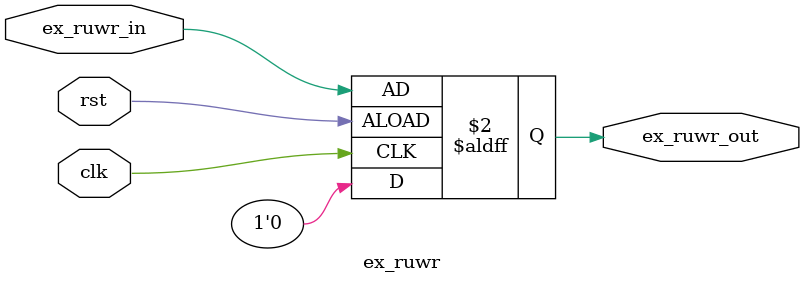
<source format=sv>
module ex_ruwr(
    input logic clk,
    input logic rst,
    input logic ex_ruwr_in = 1'b0, 
    output logic ex_ruwr_out
     
);

    always_ff @(posedge clk or negedge rst) begin
        if (rst) begin
            ex_ruwr_out <= 1'b0; 
        end else begin
            ex_ruwr_out <= ex_ruwr_in; 
        end
    end
endmodule
</source>
